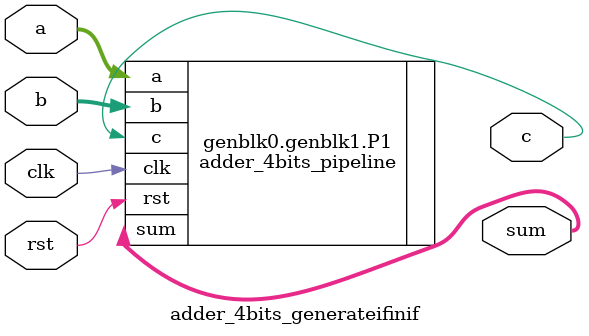
<source format=v>
`define HIGH_SPEED 150

module adder_4bits_generateifinif (
    input clk, rst,
    input [3:0] a, b,
    output [3:0] sum,
    output c
    );
    
    parameter [8:0] CLK_FRENQUENCY = 100;
    parameter [0:0] HIGH_CHIP = 0;
    localparam [0:0] HIGH_CLK = (CLK_FRENQUENCY > `HIGH_SPEED);
    
    generate
    begin
        if (~HIGH_CHIP) begin
            adder_4bits_pipeline P1(.a(a), .b(b), .clk(clk), .rst(rst), .sum(sum), .c(c));
        end
        else begin
            if (HIGH_CLK) begin
                adder_4bits_pipeline P1(.a(a), .b(b), .clk(clk), .rst(rst), .sum(sum), .c(c));
            end
            else begin
                adder_4bits_combine C1(.a(a), .b(b), .clk(clk), .rst(rst), .sum(sum), .c(c));
            end
        end
    end
    endgenerate
    
endmodule


</source>
